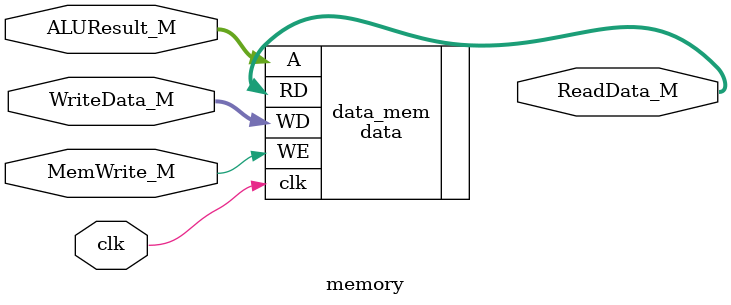
<source format=sv>
module memory (
    input  logic        clk,                     // system clock (for synchronized memory writes)
    
    // Data Inputs from EX/MEM (EM_pipeline) Register
    input  logic [63:0] ALUResult_M,             // address computed in Execute (for load/store)
    input  logic [63:0] WriteData_M,             // data to write to memory (from rs2 register)
    
    // Control Inputs from EX/MEM (EM_pipeline) Register
    input  logic        MemWrite_M,              // memory write enable (1=store, 0=load)
    
    // Outputs to MEM/WB (MW_pipeline) Register
    output logic [63:0] ReadData_M               // data read from memory (for load operations)
);

    // ============================================================
    // DATA MEMORY INSTANTIATION
    // ============================================================
    // Performs synchronous write on rising clock when MemWrite_M=1
    // Performs asynchronous read on every cycle (combinational)
    // Address bus (A) uses lower bits of ALUResult_M for byte addressing
    
    data data_mem (
        .clk(clk),                              // system clock (controls synchronous write)
        .WE(MemWrite_M),                        // write enable: 1=store operation, 0=load operation
        .A(ALUResult_M),                        // memory address (computed address from ALU result)
        .WD(WriteData_M),                       // write data (value from rs2 register for stores)
        .RD(ReadData_M)                         // read data (output for load operations)
    );

endmodule
</source>
